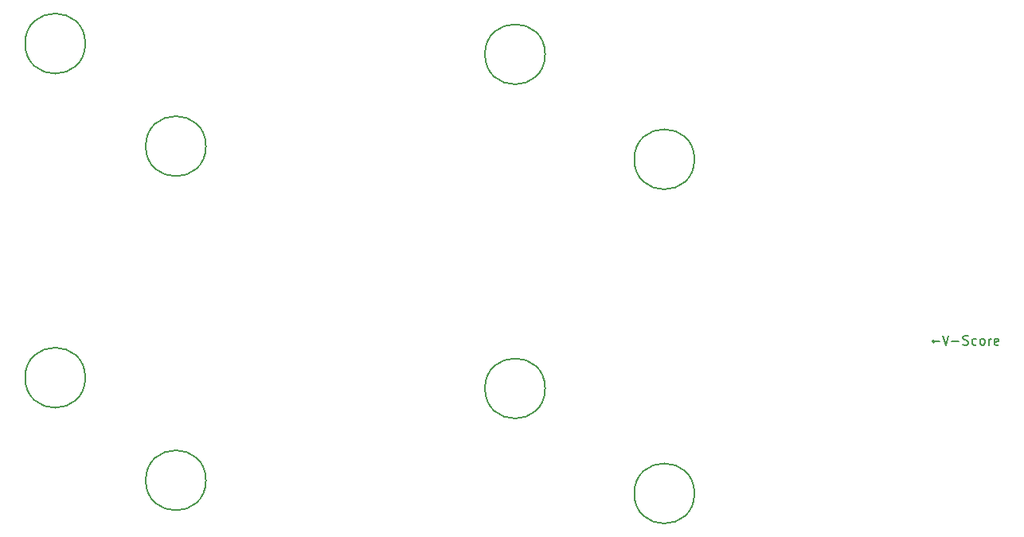
<source format=gbr>
G04 #@! TF.GenerationSoftware,KiCad,Pcbnew,(5.1.0)-1*
G04 #@! TF.CreationDate,2019-06-16T18:46:58-04:00*
G04 #@! TF.ProjectId,PSX_BREAKOUT_CASE,5053585f-4252-4454-914b-4f55545f4341,rev?*
G04 #@! TF.SameCoordinates,Original*
G04 #@! TF.FileFunction,Other,Comment*
%FSLAX46Y46*%
G04 Gerber Fmt 4.6, Leading zero omitted, Abs format (unit mm)*
G04 Created by KiCad (PCBNEW (5.1.0)-1) date 2019-06-16 18:46:58*
%MOMM*%
%LPD*%
G04 APERTURE LIST*
%ADD10C,0.150000*%
G04 APERTURE END LIST*
D10*
X191421095Y-76144428D02*
X190659190Y-76144428D01*
X190849666Y-76334904D02*
X190659190Y-76144428D01*
X190849666Y-75953952D01*
X191754428Y-75525380D02*
X192087761Y-76525380D01*
X192421095Y-75525380D01*
X192754428Y-76144428D02*
X193516333Y-76144428D01*
X193944904Y-76477761D02*
X194087761Y-76525380D01*
X194325857Y-76525380D01*
X194421095Y-76477761D01*
X194468714Y-76430142D01*
X194516333Y-76334904D01*
X194516333Y-76239666D01*
X194468714Y-76144428D01*
X194421095Y-76096809D01*
X194325857Y-76049190D01*
X194135380Y-76001571D01*
X194040142Y-75953952D01*
X193992523Y-75906333D01*
X193944904Y-75811095D01*
X193944904Y-75715857D01*
X193992523Y-75620619D01*
X194040142Y-75573000D01*
X194135380Y-75525380D01*
X194373476Y-75525380D01*
X194516333Y-75573000D01*
X195373476Y-76477761D02*
X195278238Y-76525380D01*
X195087761Y-76525380D01*
X194992523Y-76477761D01*
X194944904Y-76430142D01*
X194897285Y-76334904D01*
X194897285Y-76049190D01*
X194944904Y-75953952D01*
X194992523Y-75906333D01*
X195087761Y-75858714D01*
X195278238Y-75858714D01*
X195373476Y-75906333D01*
X195944904Y-76525380D02*
X195849666Y-76477761D01*
X195802047Y-76430142D01*
X195754428Y-76334904D01*
X195754428Y-76049190D01*
X195802047Y-75953952D01*
X195849666Y-75906333D01*
X195944904Y-75858714D01*
X196087761Y-75858714D01*
X196183000Y-75906333D01*
X196230619Y-75953952D01*
X196278238Y-76049190D01*
X196278238Y-76334904D01*
X196230619Y-76430142D01*
X196183000Y-76477761D01*
X196087761Y-76525380D01*
X195944904Y-76525380D01*
X196706809Y-76525380D02*
X196706809Y-75858714D01*
X196706809Y-76049190D02*
X196754428Y-75953952D01*
X196802047Y-75906333D01*
X196897285Y-75858714D01*
X196992523Y-75858714D01*
X197706809Y-76477761D02*
X197611571Y-76525380D01*
X197421095Y-76525380D01*
X197325857Y-76477761D01*
X197278238Y-76382523D01*
X197278238Y-76001571D01*
X197325857Y-75906333D01*
X197421095Y-75858714D01*
X197611571Y-75858714D01*
X197706809Y-75906333D01*
X197754428Y-76001571D01*
X197754428Y-76096809D01*
X197278238Y-76192047D01*
X100609000Y-44450000D02*
G75*
G03X100609000Y-44450000I-3200000J0D01*
G01*
X113436000Y-55372000D02*
G75*
G03X113436000Y-55372000I-3200000J0D01*
G01*
X165379000Y-56769000D02*
G75*
G03X165379000Y-56769000I-3200000J0D01*
G01*
X149504000Y-45593000D02*
G75*
G03X149504000Y-45593000I-3200000J0D01*
G01*
X113436000Y-90932000D02*
G75*
G03X113436000Y-90932000I-3200000J0D01*
G01*
X100609000Y-80010000D02*
G75*
G03X100609000Y-80010000I-3200000J0D01*
G01*
X149504000Y-81153000D02*
G75*
G03X149504000Y-81153000I-3200000J0D01*
G01*
X165379000Y-92329000D02*
G75*
G03X165379000Y-92329000I-3200000J0D01*
G01*
M02*

</source>
